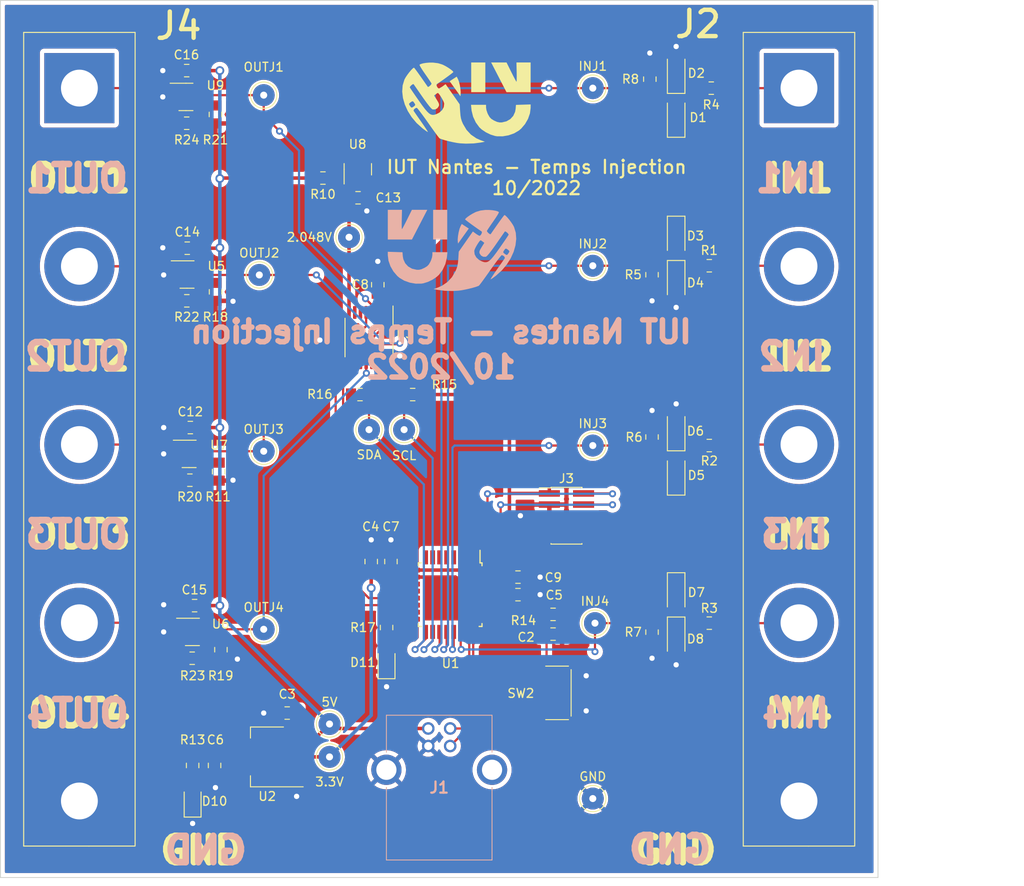
<source format=kicad_pcb>
(kicad_pcb (version 20211014) (generator pcbnew)
  (layers (0 "F.Cu" signal) (31 "B.Cu" signal) (34 "B.Paste" user) (35 "F.Paste" user) (36 "B.SilkS" user "B.Silkscreen") (37 "F.SilkS" user "F.Silkscreen") (38 "B.Mask" user) (39 "F.Mask" user) (44 "Edge.Cuts" user))
  (net 0 "")
  (net 1 "GND")
  (net 2 "VBUS")
  (net 3 "Net-(D10-Pad2)")
  (net 8 "Net-(R18-Pad1)")
  (net 9 "Net-(R19-Pad1)")
  (net 27 "/NRST")
  (net 28 "+3.3V")
  (net 29 "Net-(C5-Pad1)")
  (net 30 "/+2.048")
  (net 31 "/INJ1")
  (net 32 "/INJ2")
  (net 33 "/INJ3")
  (net 34 "/INJ4")
  (net 35 "Net-(D11-Pad2)")
  (net 36 "/USB-")
  (net 37 "/USB+")
  (net 38 "/IN1")
  (net 39 "/IN2")
  (net 40 "/IN3")
  (net 41 "/IN4")
  (net 42 "/SWDIO")
  (net 43 "/SWCLK")
  (net 44 "/OUT1")
  (net 45 "/OUT2")
  (net 46 "/OUT3")
  (net 47 "/OUT4")
  (net 48 "Net-(R11-Pad1)")
  (net 49 "/SCL")
  (net 50 "/SDA")
  (net 51 "Net-(R17-Pad1)")
  (net 52 "Net-(R21-Pad1)")
  (net 53 "/CLR")
  (net 54 "/LDAC")
  (net 55 "/OUTJ1")
  (net 56 "/OUTJ3")
  (net 57 "/OUTJ4")
  (net 58 "/OUTJ2")
  (footprint "empreintes_iut:R_0805_2012Metric_Pad1.15x1.40mm_HandSolder" (layer "F.Cu") (at 165.3 49.6375 90)
    (fp_text reference "R8")
    (fp_text value "39k")
  )
  (footprint "Diode_SMD:D_SOD-123" (layer "F.Cu") (at 168.3 54.0125 90)
    (fp_text reference "D1")
    (fp_text value "BAT43W-V")
  )
  (footprint "Package_TO_SOT_SMD:SOT-23" (layer "F.Cu") (at 132.025 59.9125 90)
    (fp_text reference "U8")
    (fp_text value "LM4040DBZ-4.1")
  )
  (footprint "EmpreinteCIFAM:Logo_IUT_F" (layer "F.Cu") (at 145.02938 51.968409)
    (fp_text reference "G***")
    (fp_text value "LOGO" hide)
  )
  (footprint "empreintes_iut:TestPoint-12" (layer "F.Cu") (at 133.3 89.6)
    (fp_text reference "SDA")
    (fp_text value "TestPoint")
  )
  (footprint "empreintes_iut:TestPoint-12" (layer "F.Cu") (at 121.3 112.3625)
    (fp_text reference "OUTJ4")
    (fp_text value "TestPoint")
  )
  (footprint "Diode_SMD:D_SOD-123" (layer "F.Cu") (at 168.3 67.5125 -90)
    (fp_text reference "D3")
    (fp_text value "BAT43W-V")
  )
  (footprint "empreintes_iut:C_0805_2012Metric_Pad1.15x1.40mm_HandSolder" (layer "F.Cu") (at 154.275 112.9125)
    (fp_text reference "C2")
    (fp_text value "100n")
  )
  (footprint "empreintes_iut:R_0805_2012Metric_Pad1.15x1.40mm_HandSolder" (layer "F.Cu") (at 172.3 50.6625 180)
    (fp_text reference "R4")
    (fp_text value "100k")
  )
  (footprint "empreintes_iut:C_0805_2012Metric_Pad1.15x1.40mm_HandSolder" (layer "F.Cu") (at 112.9375 89.3625 180)
    (fp_text reference "C12")
    (fp_text value "100n")
  )
  (footprint "empreintes_iut:R_0805_2012Metric_Pad1.15x1.40mm_HandSolder" (layer "F.Cu") (at 132.275 85.6 180)
    (fp_text reference "R16")
    (fp_text value "4.6k")
  )
  (footprint "empreintes_iut:TestPoint-12" (layer "F.Cu") (at 158.8 91.4125)
    (fp_text reference "INJ3")
    (fp_text value "TestPoint")
  )
  (footprint "empreintes_iut:TestPoint-12" (layer "F.Cu") (at 158.8 50.6625)
    (fp_text reference "INJ1")
    (fp_text value "TestPoint")
  )
  (footprint "empreintes_iut:C_0805_2012Metric_Pad1.15x1.40mm_HandSolder" (layer "F.Cu") (at 123.975 121.9125 180)
    (fp_text reference "C3")
    (fp_text value "10u")
  )
  (footprint "Diode_SMD:D_SOD-123" (layer "F.Cu") (at 168.3 89.7625 90)
    (fp_text reference "D6")
    (fp_text value "BAT43W-V")
  )
  (footprint "empreintes_iut:TestPoint-12" (layer "F.Cu") (at 121.3 92.0625)
    (fp_text reference "OUTJ3")
    (fp_text value "TestPoint")
  )
  (footprint "Package_TO_SOT_SMD:SOT-23-5" (layer "F.Cu") (at 112.8 92.3625)
    (fp_text reference "U7")
    (fp_text value "MCP6L91T-EOT")
  )
  (footprint "Diode_SMD:D_SOD-123" (layer "F.Cu") (at 168.3 108.1625 -90)
    (fp_text reference "D7")
    (fp_text value "BAT43W-V")
  )
  (footprint "Package_TO_SOT_SMD:SOT-23-5" (layer "F.Cu") (at 112.5625 71.9125)
    (fp_text reference "U5")
    (fp_text value "MCP6L91T-EOT")
  )
  (footprint "empreintes_iut:TestPoint-12" (layer "F.Cu") (at 131.025 67.6625)
    (fp_text reference "2.048V")
    (fp_text value "TestPoint")
  )
  (footprint "Package_TO_SOT_SMD:SOT-23-5" (layer "F.Cu") (at 112.4375 51.6625)
    (fp_text reference "U9")
    (fp_text value "MCP6L91T-EOT")
  )
  (footprint "empreintes_iut:Switch_bouton" (layer "F.Cu") (at 154.55 119.6625 90)
    (fp_text reference "SW2")
    (fp_text value "SW_Push")
  )
  (footprint "empreintes_iut:C_0805_2012Metric_Pad1.15x1.40mm_HandSolder" (layer "F.Cu") (at 112.525 48.6625 180)
    (fp_text reference "C16")
    (fp_text value "100n")
  )
  (footprint "LED_SMD:LED_0805_2012Metric_Pad1.15x1.40mm_HandSolder" (layer "F.Cu") (at 135.3 116.1375 90)
    (fp_text reference "D11")
    (fp_text value "LED")
  )
  (footprint "empreintes_iut:R_0805_2012Metric_Pad1.15x1.40mm_HandSolder" (layer "F.Cu") (at 154.275 110.6625 180)
    (fp_text reference "R14")
    (fp_text value "100K")
  )
  (footprint "empreintes_iut:C_0805_2012Metric_Pad1.15x1.40mm_HandSolder" (layer "F.Cu") (at 150.275 108.4125)
    (fp_text reference "C5")
    (fp_text value "100n")
  )
  (footprint "empreintes_iut:C_0805_2012Metric_Pad1.15x1.40mm_HandSolder" (layer "F.Cu") (at 135.8 104.6375 90)
    (fp_text reference "C7")
    (fp_text value "100n")
  )
  (footprint "empreintes_iut:TestPoint-12" (layer "F.Cu") (at 137.3 89.6)
    (fp_text reference "SCL")
    (fp_text value "TestPoint")
  )
  (footprint "Diode_SMD:D_SOD-123" (layer "F.Cu") (at 168.3 72.5625 -90)
    (fp_text reference "D4")
    (fp_text value "BAT43W-V")
  )
  (footprint "Connector_PinHeader_1.27mm:PinHeader_2x05_P1.27mm_Vertical_SMD" (layer "F.Cu") (at 155.8 99.4125)
    (fp_text reference "J3")
    (fp_text value "Conn_02x05_Odd_Even")
  )
  (footprint "empreintes_iut:R_0805_2012Metric_Pad1.15x1.40mm_HandSolder" (layer "F.Cu") (at 172.075 70.9125 180)
    (fp_text reference "R1")
    (fp_text value "100k")
  )
  (footprint "empreintes_iut:R_0805_2012Metric_Pad1.15x1.40mm_HandSolder" (layer "F.Cu") (at 112.525 54.6625 180)
    (fp_text reference "R24")
    (fp_text value "10k")
  )
  (footprint "empreintes_iut:R_0805_2012Metric_Pad1.15x1.40mm_HandSolder" (layer "F.Cu") (at 172.075 111.6625 180)
    (fp_text reference "R3")
    (fp_text value "100k")
  )
  (footprint "Package_QFP:TQFP-32_7x7mm_P0.8mm" (layer "F.Cu") (at 142.55 108.4125 -90)
    (fp_text reference "U1")
    (fp_text value "ATSAMD21E18A-AU")
  )
  (footprint "modules:Connector_1x05_P2.54mm_Vertical" (layer "F.Cu") (at 207.6975 64.6275)
    (fp_text reference "J2")
    (fp_text value "Conn_01x05")
  )
  (footprint "empreintes_iut:R_0805_2012Metric_Pad1.15x1.40mm_HandSolder" (layer "F.Cu") (at 172.075 91.4125 180)
    (fp_text reference "R2")
    (fp_text value "100k")
  )
  (footprint "modules:Connector_1x05_P2.54mm_Vertical" (layer "F.Cu") (at 125.6975 64.6275)
    (fp_text reference "J4")
    (fp_text value "Conn_01x05")
  )
  (footprint "EmpreinteCIFAM:USBBSRA" (layer "F.Cu") (at 141.3 130.4125)
    (fp_text reference "J1")
    (fp_text value "USB_B" hide)
  )
  (footprint "empreintes_iut:C_0805_2012Metric_Pad1.15x1.40mm_HandSolder" (layer "F.Cu") (at 150.275 106.4125)
    (fp_text reference "C9")
    (fp_text value "100n")
  )
  (footprint "empreintes_iut:TestPoint-12" (layer "F.Cu") (at 121.3 51.4625)
    (fp_text reference "OUTJ1")
    (fp_text value "TestPoint")
  )
  (footprint "empreintes_iut:R_0805_2012Metric_Pad1.15x1.40mm_HandSolder" (layer "F.Cu") (at 115.8 53.6625 -90)
    (fp_text reference "R21")
    (fp_text value "10k")
  )
  (footprint "empreintes_iut:TestPoint-12" (layer "F.Cu") (at 159.05 111.6625)
    (fp_text reference "INJ4")
    (fp_text value "TestPoint")
  )
  (footprint "empreintes_iut:R_0805_2012Metric_Pad1.15x1.40mm_HandSolder" (layer "F.Cu") (at 138.275 85.6 180)
    (fp_text reference "R15")
    (fp_text value "4.6k")
  )
  (footprint "empreintes_iut:TestPoint-12" (layer "F.Cu") (at 128.8 123.1625)
    (fp_text reference "5V")
    (fp_text value "TestPoint")
  )
  (footprint "empreintes_iut:R_0805_2012Metric_Pad1.15x1.40mm_HandSolder" (layer "F.Cu") (at 115.8125 73.8875 -90)
    (fp_text reference "R18")
    (fp_text value "10k")
  )
  (footprint "Package_TO_SOT_SMD:SOT-23-5" (layer "F.Cu") (at 113.175 112.6625)
    (fp_text reference "U6")
    (fp_text value "MCP6L91T-EOT")
  )
  (footprint "empreintes_iut:TestPoint-12" (layer "F.Cu") (at 158.8 131.6625)
    (fp_text reference "GND")
    (fp_text value "TestPoint")
  )
  (footprint "empreintes_iut:TestPoint-12" (layer "F.Cu") (at 120.8 71.9625)
    (fp_text reference "OUTJ2")
    (fp_text value "TestPoint")
  )
  (footprint "empreintes_iut:R_0805_2012Metric_Pad1.15x1.40mm_HandSolder" (layer "F.Cu") (at 116.425 114.6875 -90)
    (fp_text reference "R19")
    (fp_text value "10k")
  )
  (footprint "Package_TO_SOT_SMD:SOT-223-3_TabPin2" (layer "F.Cu") (at 121.7 126.9125 180)
    (fp_text reference "U2")
    (fp_text value "LD1117S33TR_SOT223")
  )
  (footprint "empreintes_iut:R_0805_2012Metric_Pad1.15x1.40mm_HandSolder" (layer "F.Cu") (at 135.3 112.1625 -90)
    (fp_text reference "R17")
    (fp_text value "330")
  )
  (footprint "empreintes_iut:R_0805_2012Metric_Pad1.15x1.40mm_HandSolder" (layer "F.Cu") (at 128.05 60.9125 180)
    (fp_text reference "R10")
    (fp_text value "330")
  )
  (footprint "empreintes_iut:C_0805_2012Metric_Pad1.15x1.40mm_HandSolder" (layer "F.Cu") (at 133.55 104.6375 90)
    (fp_text reference "C4")
    (fp_text value "10u")
  )
  (footprint "empreintes_iut:C_0805_2012Metric_Pad1.15x1.40mm_HandSolder" (layer "F.Cu") (at 132.05 63.1625)
    (fp_text reference "C13")
    (fp_text value "10n")
  )
  (footprint "empreintes_iut:R_0805_2012Metric_Pad1.15x1.40mm_HandSolder" (layer "F.Cu") (at 113.15 115.6625 180)
    (fp_text reference "R23")
    (fp_text value "10k")
  )
  (footprint "empreintes_iut:C_0805_2012Metric_Pad1.15x1.40mm_HandSolder" (layer "F.Cu") (at 113.425 109.6625 180)
    (fp_text reference "C15")
    (fp_text value "100n")
  )
  (footprint "empreintes_iut:C_0805_2012Metric_Pad1.15x1.40mm_HandSolder" (layer "F.Cu") (at 115.7 127.8875 -90)
    (fp_text reference "C6")
    (fp_text value "10u")
  )
  (footprint "empreintes_iut:R_0805_2012Metric_Pad1.15x1.40mm_HandSolder" (layer "F.Cu") (at 165.55 90.4375 90)
    (fp_text reference "R6")
    (fp_text value "39k")
  )
  (footprint "empreintes_iut:TestPoint-12" (layer "F.Cu") (at 158.8 70.9125)
    (fp_text reference "INJ2")
    (fp_text value "TestPoint")
  )
  (footprint "empreintes_iut:R_0805_2012Metric_Pad1.15x1.40mm_HandSolder" (layer "F.Cu") (at 112.8875 95.3625 180)
    (fp_text reference "R20")
    (fp_text value "10k")
  )
  (footprint "empreintes_iut:C_0805_2012Metric_Pad1.15x1.40mm_HandSolder" (layer "F.Cu") (at 112.5875 68.9125 180)
    (fp_text reference "C14")
    (fp_text value "100n")
  )
  (footprint "empreintes_iut:R_0805_2012Metric_Pad1.15x1.40mm_HandSolder" (layer "F.Cu") (at 113.2 127.8875 -90)
    (fp_text reference "R13")
    (fp_text value "330")
  )
  (footprint "LED_SMD:LED_0805_2012Metric_Pad1.15x1.40mm_HandSolder" (layer "F.Cu") (at 113.2 131.9125 90)
    (fp_text reference "D10")
    (fp_text value "LED")
  )
  (footprint "empreintes_iut:C_0805_2012Metric_Pad1.15x1.40mm_HandSolder" (layer "F.Cu") (at 134.3 73.075 -90)
    (fp_text reference "C8")
    (fp_text value "100n")
  )
  (footprint "Diode_SMD:D_SOD-123" (layer "F.Cu") (at 168.3 94.8125 90)
    (fp_text reference "D5")
    (fp_text value "BAT43W-V")
  )
  (footprint "Diode_SMD:D_SOD-123" (layer "F.Cu") (at 168.3 49.0125 90)
    (fp_text reference "D2")
    (fp_text value "BAT43W-V")
  )
  (footprint "empreintes_iut:R_0805_2012Metric_Pad1.15x1.40mm_HandSolder" (layer "F.Cu") (at 165.55 71.9375 -90)
    (fp_text reference "R5")
    (fp_text value "39k")
  )
  (footprint "Diode_SMD:D_SOD-123" (layer "F.Cu") (at 168.3 113.2125 -90)
    (fp_text reference "D8")
    (fp_text value "BAT43W-V")
  )
  (footprint "empreintes_iut:R_0805_2012Metric_Pad1.15x1.40mm_HandSolder" (layer "F.Cu") (at 116.1625 94.3875 -90)
    (fp_text reference "R11")
    (fp_text value "10k")
  )
  (footprint "empreintes_iut:TestPoint-12" (layer "F.Cu") (at 128.8 126.9125)
    (fp_text reference "3.3V")
    (fp_text value "TestPoint")
  )
  (footprint "Package_SO:TSSOP-16_4.4x5mm_P0.65mm" (layer "F.Cu") (at 133.3 79.1 -90)
    (fp_text reference "U3")
    (fp_text value "DAC7578xPW")
  )
  (footprint "empreintes_iut:R_0805_2012Metric_Pad1.15x1.40mm_HandSolder" (layer "F.Cu") (at 165.55 112.6875 -90)
    (fp_text reference "R7")
    (fp_text value "39k")
  )
  (footprint "empreintes_iut:R_0805_2012Metric_Pad1.15x1.40mm_HandSolder" (layer "F.Cu") (at 112.5375 74.9125 180)
    (fp_text reference "R22")
    (fp_text value "10k")
  )
  (footprint "EmpreinteCIFAM:Logo_IUT_F" (layer "B.Cu") (at 142.12938 68.768409 180)
    (fp_text reference "G***" hide)
    (fp_text value "LOGO" hide)
  )
  (gr_line (start 191.3 140.6625) (end 91.3 140.6625) (layer "Edge.Cuts") (width 0.1))
  (gr_line (start 91.3 40.6625) (end 191.3 40.6625) (layer "Edge.Cuts") (width 0.1))
  (gr_line (start 91.3 140.6625) (end 91.3 40.6625) (layer "Edge.Cuts") (width 0.1))
  (gr_line (start 191.3 40.6625) (end 191.3 140.6625) (layer "Edge.Cuts") (width 0.1))
  (gr_text "IN3\n" (at 181.8 101.5625) (layer "B.SilkS") (effects (font (size 3 3) (thickness 0.75)) (justify mirror)))
  (gr_text "OUT3\n" (at 100 101.5625) (layer "B.SilkS") (effects (font (size 3 3) (thickness 0.75)) (justify mirror)))
  (gr_text "OUT1\n" (at 100 60.9625) (layer "B.SilkS") (effects (font (size 3 3) (thickness 0.75)) (justify mirror)))
  (gr_text "GND\n" (at 167.6 137.4625) (layer "B.SilkS") (effects (font (size 3 3) (thickness 0.75)) (justify mirror)))
  (gr_text "IN4\n" (at 181.9 121.9625) (layer "B.SilkS") (effects (font (size 3 3) (thickness 0.75)) (justify mirror)))
  (gr_text "IN1\n" (at 181.2 60.9625) (layer "B.SilkS") (effects (font (size 3 3) (thickness 0.75)) (justify mirror)))
  (gr_text "OUT4\n" (at 100.1 121.9625) (layer "B.SilkS") (effects (font (size 3 3) (thickness 0.75)) (justify mirror)))
  (gr_text "OUT2\n" (at 99.9 81.2625) (layer "B.SilkS") (effects (font (size 3 3) (thickness 0.75)) (justify mirror)))
  (gr_text "GND\n" (at 114.7 137.5625) (layer "B.SilkS") (effects (font (size 3 3) (thickness 0.75)) (justify mirror)))
  (gr_text "IN2\n" (at 181.5 81.2625) (layer "B.SilkS") (effects (font (size 3 3) (thickness 0.75)) (justify mirror)))
  (gr_text "IUT Nantes - Temps Injection\n10/2022" (at 141.5 80.4625) (layer "B.SilkS") (effects (font (size 2.5 2.5) (thickness 0.625)) (justify mirror)))
  (gr_text "IN2\n" (at 182.4 81.2625) (layer "F.SilkS") (effects (font (size 3 3) (thickness 0.75))))
  (gr_text "OUT3\n" (at 100.3 101.5625) (layer "F.SilkS") (effects (font (size 3 3) (thickness 0.75))))
  (gr_text "OUT4\n" (at 100.3 121.9625) (layer "F.SilkS") (effects (font (size 3 3) (thickness 0.75))))
  (gr_text "OUT2\n" (at 100.2 81.2625) (layer "F.SilkS") (effects (font (size 3 3) (thickness 0.75))))
  (gr_text "IN3\n" (at 182.2 101.5625) (layer "F.SilkS") (effects (font (size 3 3) (thickness 0.75))))
  (gr_text "IUT Nantes - Temps Injection\n10/2022" (at 152.4 60.8625) (layer "F.SilkS") (effects (font (size 1.5 1.5) (thickness 0.25))))
  (gr_text "IN4\n" (at 182.3 121.9625) (layer "F.SilkS") (effects (font (size 3 3) (thickness 0.75))))
  (gr_text "GND\n" (at 168.2 137.5625) (layer "F.SilkS") (effects (font (size 3 3) (thickness 0.75))))
  (gr_text "IN1\n" (at 182.4 60.9625) (layer "F.SilkS") (effects (font (size 3 3) (thickness 0.75))))
  (gr_text "GND\n" (at 114.2 137.5625) (layer "F.SilkS") (effects (font (size 3 3) (thickness 0.75))))
  (gr_text "OUT1\n" (at 100.3 60.9625) (layer "F.SilkS") (effects (font (size 3 3) (thickness 0.75))))
  (segment (start 151.2 109.7625) (end 151.3 109.6625) (width 0.4) (layer "F.Cu") (net 1))
  (segment (start 115.7 130.3125) (end 115.8 130.4125) (width 0.4) (layer "F.Cu") (net 1))
  (segment (start 148.1 108.9625) (end 148.1 109.7625) (width 0.4) (layer "F.Cu") (net 1))
  (segment (start 132.975 60.85) (end 132.975 63.0625) (width 0.4) (layer "F.Cu") (net 1))
  (segment (start 110 109.6625) (end 109.9 109.5625) (width 0.4) (layer "F.Cu") (net 1))
  (segment (start 147.95 108.8125) (end 148.1 108.9625) (width 0.4) (layer "F.Cu") (net 1))
  (segment (start 124.85 131.2125) (end 125.05 131.4125) (width 0.4) (layer "F.Cu") (net 1))
  (segment (start 109.95 71.9125) (end 109.9 71.9625) (width 0.4) (layer "F.Cu") (net 1))
  (segment (start 113.2 132.9375) (end 113.2 134.5) (width 0.4) (layer "F.Cu") (net 1))
  (segment (start 153.85 99.4125) (end 150.55 99.4125) (width 0.4) (layer "F.Cu") (net 1))
  (segment (start 112.2 131.9375) (end 100.2975 131.9375) (width 0.4) (layer "F.Cu") (net 1))
  (segment (start 148.1 109.7625) (end 151.2 109.7625) (width 0.4) (layer "F.Cu") (net 1))
  (segment (start 132.975 63.0625) (end 133.075 63.1625) (width 0.4) (layer "F.Cu") (net 1))
  (segment (start 113.2 132.9375) (end 112.2 131.9375) (width 0.4) (layer "F.Cu") (net 1))
  (segment (start 168.3 47.3625) (end 168.3 45.9125) (width 0.4) (layer "F.Cu") (net 1))
  (segment (start 143.15 106.4125) (end 145.55 108.8125) (width 0.4) (layer "F.Cu") (net 1))
  (segment (start 165.55 89.4125) (end 165.55 87.4125) (width 0.4) (layer "F.Cu") (net 1))
  (segment (start 146.8 108.8125) (end 147.95 108.8125) (width 0.4) (layer "F.Cu") (net 1))
  (segment (start 111.3 51.6625) (end 109.8 51.6625) (width 0.4) (layer "F.Cu") (net 1))
  (segment (start 155.331967 121.7625) (end 157.95 121.7625) (width 0.4) (layer "F.Cu") (net 1))
  (segment (start 118.25 115.7125) (end 118.3 115.7625) (width 0.4) (layer "F.Cu") (net 1))
  (segment (start 112.4 109.6625) (end 110 109.6625) (width 0.4) (layer "F.Cu") (net 1))
  (segment (start 168.3 114.8625) (end 168.3 116.4125) (width 0.4) (layer "F.Cu") (net 1))
  (segment (start 165.3 48.6125) (end 165.3 46.6625) (width 0.4) (layer "F.Cu") (net 1))
  (segment (start 134.925 77.175) (end 134.925 76.2375) (width 0.4) (layer "F.Cu") (net 1))
  (segment (start 134.275 81.167893) (end 134.275 81.9625) (width 0.4) (layer "F.Cu") (net 1))
  (segment (start 116.425 115.7125) (end 118.25 115.7125) (width 0.4) (layer "F.Cu") (net 1))
  (segment (start 153.85 98.1425) (end 153.85 99.4125) (width 0.4) (layer "F.Cu") (net 1))
  (segment (start 133.075 64.6375) (end 133.05 64.6625) (width 0.4) (layer "F.Cu") (net 1))
  (segment (start 155.331967 117.5625) (end 157.95 117.5625) (width 0.4) (layer "F.Cu") (net 1))
  (segment (start 155.3 117.530533) (end 155.331967 117.5625) (width 0.4) (layer "F.Cu") (net 1))
  (segment (start 151.3 106.4125) (end 152.8 106.4125) (width 0.4) (layer "F.Cu") (net 1))
  (segment (start 117.75 74.9125) (end 117.8 74.9625) (width 0.4) (layer "F.Cu") (net 1))
  (segment (start 135.3 117.1625) (end 135.3 118.9125) (width 0.4) (layer "F.Cu") (net 1))
  (segment (start 132.6375 79.4625) (end 134.925 77.175) (width 0.4) (layer "F.Cu") (net 1))
  (segment (start 157.95 121.7625) (end 158.05 121.6625) (width 0.4) (layer "F.Cu") (net 1))
  (segment (start 168.3 88.1125) (end 168.3 86.6625) (width 0.4) (layer "F.Cu") (net 1))
  (segment (start 116.1625 95.4125) (end 117.75 95.4125) (width 0.4) (layer "F.Cu") (net 1))
  (segment (start 133.55 103.6125) (end 133.55 102.1625) (width 0.4) (layer "F.Cu") (net 1))
  (segment (start 111.6625 92.3625) (end 109.9 92.3625) (width 0.4) (layer "F.Cu") (net 1))
  (segment (start 145.55 108.8125) (end 146.8 108.8125) (width 0.4) (layer "F.Cu") (net 1))
  (segment (start 117.75 95.4125) (end 117.8 95.3625) (width 0.4) (layer "F.Cu") (net 1))
  (segment (start 111.425 71.9125) (end 109.95 71.9125) (width 0.4) (layer "F.Cu") (net 1))
  (segment (start 134.617893 80.825) (end 134.275 81.167893) (width 0.4) (layer "F.Cu") (net 1))
  (segment (start 127.7755 79.4625) (end 132.6375 79.4625) (width 0.4) (layer "F.Cu") (net 1))
  (segment (start 165.55 72.9625) (end 165.55 74.9125) (width 0.4) (layer "F.Cu") (net 1))
  (segment (start 111.5625 68.9125) (end 109.85 68.9125) (width 0.4) (layer "F.Cu") (net 1))
  (segment (start 124.85 129.2125) (end 124.85 131.2125) (width 0.4) (layer "F.Cu") (net 1))
  (segment (start 115.8125 74.9125) (end 117.75 74.9125) (width 0.4) (layer "F.Cu") (net 1))
  (segment (start 122.95 121.9125) (end 121.3 121.9125) (width 0.4) (layer "F.Cu") (net 1))
  (segment (start 134.3 72.05) (end 134.3 70.4125) (width 0.4) (layer "F.Cu") (net 1))
  (segment (start 111.5 48.6625) (end 109.8 48.6625) (width 0.4) (layer "F.Cu") (net 1))
  (segment (start 151.3 108.4125) (end 152.8 108.4125) (width 0.4) (layer "F.Cu") (net 1))
  (segment (start 112.0375 112.6625) (end 109.9 112.6625) (width 0.4) (layer "F.Cu") (net 1))
  (segment (start 127.7 79.387) (end 127.7755 79.4625) (width 0.4) (layer "F.Cu") (net 1))
  (segment (start 111.9125 89.3625) (end 109.9 89.3625) (width 0.4) (layer "F.Cu") (net 1))
  (segment (start 138.3 106.4125) (end 143.15 106.4125) (width 0.4) (layer "F.Cu") (net 1))
  (segment (start 135.8 103.6125) (end 135.8 102.1625) (width 0.4) (layer "F.Cu") (net 1))
  (segment (start 157.95 117.5625) (end 158.05 117.6625) (width 0.4) (layer "F.Cu") (net 1))
  (segment (start 133.075 63.1625) (end 133.075 64.6375) (width 0.4) (layer "F.Cu") (net 1))
  (segment (start 151.3 109.6625) (end 151.3 108.4125) (width 0.4) (layer "F.Cu") (net 1))
  (segment (start 109.85 68.9125) (end 109.8 68.8625) (width 0.4) (layer "F.Cu") (net 1))
  (segment (start 168.3 74.2125) (end 168.3 75.6625) (width 0.4) (layer "F.Cu") (net 1))
  (segment (start 136.425 80.825) (end 134.617893 80.825) (width 0.4) (layer "F.Cu") (net 1))
  (segment (start 115.7 128.9125) (end 115.7 130.3125) (width 0.4) (layer "F.Cu") (net 1))
  (segment (start 165.55 113.7125) (end 165.55 115.6625) (width 0.4) (layer "F.Cu") (net 1))
  (segment (start 136.8 81.2) (end 136.425 80.825) (width 0.4) (layer "F.Cu") (net 1))
  (segment (start 155.3 112.9125) (end 155.3 117.530533) (width 0.4) (layer "F.Cu") (net 1))
  (via (at 133.55 102.1625) (size 1) (drill 0.6) (layers "F.Cu" "B.Cu") (net 1))
  (via (at 109.8 68.8625) (size 1) (drill 0.6) (layers "F.Cu" "B.Cu") (net 1))
  (via (at 158.05 117.6625) (size 1) (drill 0.6) (layers "F.Cu" "B.Cu") (net 1))
  (via (at 133.05 64.6625) (size 1) (drill 0.6) (layers "F.Cu" "B.Cu") (net 1))
  (via (at 165.55 87.4125) (size 1) (drill 0.6) (layers "F.Cu" "B.Cu") (net 1))
  (via (at 109.9 71.9625) (size 1) (drill 0.6) (layers "F.Cu" "B.Cu") (net 1))
  (via (at 152.8 106.4125) (size 1) (drill 0.6) (layers "F.Cu" "B.Cu") (net 1))
  (via (at 152.8 108.4125) (size 1) (drill 0.6) (layers "F.Cu" "B.Cu") (net 1))
  (via (at 150.55 99.4125) (size 1) (drill 0.6) (layers "F.Cu" "B.Cu") (net 1))
  (via (at 165.3 46.6625) (size 1) (drill 0.6) (layers "F.Cu" "B.Cu") (net 1))
  (via (at 117.8 74.9625) (size 1) (drill 0.6) (layers "F.Cu" "B.Cu") (net 1))
  (via (at 158.05 121.6625) (size 1) (drill 0.6) (layers "F.Cu" "B.Cu") (net 1))
  (via (at 168.3 116.4125) (size 1) (drill 0.6) (layers "F.Cu" "B.Cu") (net 1))
  (via (at 109.9 89.3625) (size 1) (drill 0.6) (layers "F.Cu" "B.Cu") (net 1))
  (via (at 109.8 51.6625) (size 1) (drill 0.6) (layers "F.Cu" "B.Cu") (net 1))
  (via (at 135.8 102.1625) (size 1) (drill 0.6) (layers "F.Cu" "B.Cu") (net 1))
  (via (at 168.3 45.9125) (size 1) (drill 0.6) (layers "F.Cu" "B.Cu") (net 1))
  (via (at 109.9 92.3625) (size 1) (drill 0.6) (layers "F.Cu" "B.Cu") (net 1))
  (via (at 109.8 48.6625) (size 1) (drill 0.6) (layers "F.Cu" "B.Cu") (net 1))
  (via (at 134.3 70.4125) (size 1) (drill 0.6) (layers "F.Cu" "B.Cu") (net 1))
  (via (at 109.9 112.6625) (size 1) (drill 0.6) (layers "F.Cu" "B.Cu") (net 1))
  (via (at 168.3 86.6625) (size 1) (drill 0.6) (layers "F.Cu" "B.Cu") (net 1))
  (via (at 165.55 115.6625) (size 1) (drill 0.6) (layers "F.Cu" "B.Cu") (net 1))
  (via (at 136.8 81.2) (size 1) (drill 0.6) (layers "F.Cu" "B.Cu") (net 1))
  (via (at 127.7 79.387) (size 1) (drill 0.6) (layers "F.Cu" "B.Cu") (net 1))
  (via (at 113.2 134.5) (size 1) (drill 0.6) (layers "F.Cu" "B.Cu") (net 1))
  (via (at 115.8 130.4125) (size 1) (drill 0.6) (layers "F.Cu" "B.Cu") (net 1))
  (via (at 168.3 75.6625) (size 1) (drill 0.6) (layers "F.Cu" "B.Cu") (net 1))
  (via (at 135.3 118.9125) (size 1) (drill 0.6) (layers "F.Cu" "B.Cu") (net 1))
  (via (at 125.05 131.4125) (size 1) (drill 0.6) (layers "F.Cu" "B.Cu") (net 1))
  (via (at 165.55 74.9125) (size 1) (drill 0.6) (layers "F.Cu" "B.Cu") (net 1))
  (via (at 118.3 115.7625) (size 1) (drill 0.6) (layers "F.Cu" "B.Cu") (net 1))
  (via (at 117.8 95.3625) (size 1) (drill 0.6) (layers "F.Cu" "B.Cu") (net 1))
  (via (at 121.3 121.9125) (size 1) (drill 0.6) (layers "F.Cu" "B.Cu") (net 1))
  (via (at 109.9 109.5625) (size 1) (drill 0.6) (layers "F.Cu" "B.Cu") (net 1))
  (segment (start 113.9625 89.3625) (end 116.3 89.3625) (width 0.4) (layer "F.Cu") (net 2))
  (segment (start 129.31 123.6725) (end 128.8 123.1625) (width 0.4) (layer "F.Cu") (net 2))
  (segment (start 114.3125 111.7125) (end 114.3125 109.8) (width 0.4) (layer "F.Cu") (net 2))
  (segment (start 113.6125 70.875) (end 113.7 70.9625) (width 0.4) (layer "F.Cu") (net 2))
  (segment (start 113.9375 89.3875) (end 113.9625 89.3625) (width 0.4) (layer "F.Cu") (net 2))
  (segment (start 113.6125 68.9125) (end 116.25 68.9125) (width 0.4) (layer "F.Cu") (net 2))
  (segment (start 114.1875 70.875) (end 114.275 70.9625) (width 0.4) (layer "F.Cu") (net 2))
  (segment (start 127.025 60.9125) (end 116.35 60.9125) (width 0.4) (layer "F.Cu") (net 2))
  (segment (start 127.35 124.6125) (end 128.8 123.1625) (width 0.4) (layer "F.Cu") (net 2))
  (segment (start 114.45 109.6625) (end 116.3 109.6625) (width 0.4) (layer "F.Cu") (net 2))
  (segment (start 124.85 122.0625) (end 125 121.9125) (width 0.4) (layer "F.Cu") (net 2))
  (segment (start 113.575 48.6875) (end 113.55 48.6625) (width 0.4) (layer "F.Cu") (net 2))
  (segment (start 113.9375 91.4125) (end 113.9375 89.3875) (width 0.4) (layer "F.Cu") (net 2))
  (segment (start 113.6125 68.9125) (end 113.6125 70.875) (width 0.4) (layer "F.Cu") (net 2))
  (segment (start 124.85 124.6125) (end 124.85 122.0625) (width 0.4) (layer "F.Cu") (net 2))
  (segment (start 140.05 123.6725) (end 129.31 123.6725) (width 0.4) (layer "F.Cu") (net 2))
  (segment (start 114.3125 109.8) (end 114.45 109.6625) (width 0.4) (layer "F.Cu") (net 2))
  (segment (start 113.55 48.6625) (end 116.3 48.6625) (width 0.4) (layer "F.Cu") (net 2))
  (segment (start 116.35 60.9125) (end 116.3 60.9625) (width 0.4) (layer "F.Cu") (net 2))
  (segment (start 113.575 50.7125) (end 113.575 48.6875) (width 0.4) (layer "F.Cu") (net 2))
  (segment (start 116.25 68.9125) (end 116.3 68.8625) (width 0.4) (layer "F.Cu") (net 2))
  (segment (start 124.85 124.6125) (end 127.35 124.6125) (width 0.4) (layer "F.Cu") (net 2))
  (via (at 116.3 60.9625) (size 1) (drill 0.6) (layers "F.Cu" "B.Cu") (net 2))
  (via (at 116.3 109.6625) (size 1) (drill 0.6) (layers "F.Cu" "B.Cu") (net 2))
  (via (at 116.3 68.8625) (size 1) (drill 0.6) (layers "F.Cu" "B.Cu") (net 2))
  (via (at 116.3 89.3625) (size 1) (drill 0.6) (layers "F.Cu" "B.Cu") (net 2))
  (via (at 116.3 48.6625) (size 1) (drill 0.6) (layers "F.Cu" "B.Cu") (net 2))
  (segment (start 116.3 89.3625) (end 116.3 109.6625) (width 0.4) (layer "B.Cu") (net 2))
  (segment (start 116.3 60.9625) (end 116.3 68.8625) (width 0.4) (layer "B.Cu") (net 2))
  (segment (start 116.3 68.8625) (end 116.3 89.3625) (width 0.4) (layer "B.Cu") (net 2))
  (segment (start 116.3 48.6625) (end 116.3 60.9625) (width 0.4) (layer "B.Cu") (net 2))
  (segment (start 116.3 110.6625) (end 116.3 109.6625) (width 0.4) (layer "B.Cu") (net 2))
  (segment (start 128.8 123.1625) (end 116.3 110.6625) (width 0.4) (layer "B.Cu") (net 2))
  (segment (start 113.2 128.9125) (end 113.2 130.8875) (width 0.25) (layer "F.Cu") (net 3))
  (segment (start 113.7 72.8625) (end 113.7 74.775) (width 0.25) (layer "F.Cu") (net 8))
  (segment (start 113.7 72.8625) (end 115.8125 72.8625) (width 0.25) (layer "F.Cu") (net 8))
  (segment (start 113.7 74.775) (end 113.5625 74.9125) (width 0.25) (layer "F.Cu") (net 8))
  (segment (start 114.3125 113.6125) (end 116.375 113.6125) (width 0.25) (layer "F.Cu") (net 9))
  (segment (start 114.175 115.6625) (end 114.175 113.75) (width 0.25) (layer "F.Cu") (net 9))
  (segment (start 116.425 113.6625) (end 114.3625 113.6625) (width 0.25) (layer "F.Cu") (net 9))
  (segment (start 114.175 113.75) (end 114.3125 113.6125) (width 0.25) (layer "F.Cu") (net 9))
  (segment (start 116.375 113.6125) (end 116.425 113.6625) (width 0.25) (layer "F.Cu") (net 9))
  (segment (start 114.3625 113.6625) (end 114.3125 113.6125) (width 0.25) (layer "F.Cu") (net 9))
  (segment (start 153.531967 113.194467) (end 153.25 112.9125) (width 0.25) (layer "F.Cu") (net 27))
  (segment (start 153.531967 121.7625) (end 153.531967 117.5625) (width 0.25) (layer "F.Cu") (net 27))
  (segment (start 153 110.4125) (end 153.25 110.6625) (width 0.25) (layer "F.Cu") (net 27))
  (segment (start 153.25 110.6625) (end 157.75 106.1625) (width 0.25) (layer "F.Cu") (net 27))
  (segment (start 153.25 112.9125) (end 153.25 110.6625) (width 0.25) (layer "F.Cu") (net 27))
  (segment (start 153.531967 117.5625) (end 153.531967 113.194467) (width 0.25) (layer "F.Cu") (net 27))
  (segment (start 157.75 106.1625) (end 157.75 101.9525) (width 0.25) (layer "F.Cu") (net 27))
  (segment (start 146.8 110.4125) (end 153 110.4125) (width 0.25) (layer "F.Cu") (net 27))
  (segment (start 168.3 55.6625) (end 168.3 60.6625) (width 0.4) (layer "F.Cu") (net 28))
  (segment (start 147.7375 60.6625) (end 134.3 74.1) (width 0.4) (layer "F.Cu") (net 28))
  (segment (start 168.3 60.6625) (end 147.7375 60.6625) (width 0.4) (layer "F.Cu") (net 28))
  (segment (start 153.85 94.8125) (end 153.8 94.7625) (width 0.4) (layer "F.Cu") (net 28))
  (segment (start 115.7 126.8625) (end 113.2 126.8625) (width 0.4) (layer "F.Cu") (net 28))
  (segment (start 118.55 126.9125) (end 115.75 126.9125) (width 0.4) (layer "F.Cu") (net 28))
  (segment (start 131.25 85.6) (end 131.25 105.1125) (width 0.4) (layer "F.Cu") (net 28))
  (segment (start 138.25 105.6625) (end 138.3 105.6125) (width 0.4) (layer "F.Cu") (net 28))
  (segment (start 154.1 94.4625) (end 165.4 94.4625) (width 0.4) (layer "F.Cu") (net 28))
  (segment (start 153.8 94.7625) (end 154.1 94.4625) (width 0.4) (layer "F.Cu") (net 28))
  (segment (start 139.3 85.6) (end 149.3 85.6) (width 0.4) (layer "F.Cu") (net 28))
  (segment (start 134.275 74.125) (end 134.3 74.1) (width 0.4) (layer "F.Cu") (net 28))
  (segment (start 136.7 74.1) (end 139.3 76.7) (width 0.4) (layer "F.Cu") (net 28))
  (segment (start 168.3 60.6625) (end 168.3 65.8625) (width 0.4) (layer "F.Cu") (net 28))
  (segment (start 134.3 74.1) (end 134.3 76.2125) (width 0.4) (layer "F.Cu") (net 28))
  (segment (start 131.25 105.1125) (end 131.8 105.6625) (width 0.4) (layer "F.Cu") (net 28))
  (segment (start 135.8 105.6625) (end 133.55 105.6625) (width 0.4) (layer "F.Cu") (net 28))
  (segment (start 149.25 106.4125) (end 149.25 99.687195) (width 0.4) (layer "F.Cu") (net 28))
  (segment (start 139.3 85.6) (end 139.3 76.7) (width 0.4) (layer "F.Cu") (net 28))
  (segment (start 133.55 107.6625) (end 133.55 105.6625) (width 0.4) (layer "F.Cu") (net 28))
  (segment (start 168.3 99.1625) (end 168.3 106.5125) (width 0.4) (layer "F.Cu") (net 28))
  (segment (start 168.3 99.1625) (end 168.3 96.4625) (width 0.4) (layer "F.Cu") (net 28))
  (segment (start 138.3 105.6125) (end 144.275 105.6125) (width 0.4) (layer "F.Cu") (net 28))
  (segment (start 115.75 126.9125) (end 115.7 126.8625) (width 0.4) (layer "F.Cu") (net 28))
  (segment (start 128.8 126.9125) (end 124.85 126.9125) (width 0.4) (layer "F.Cu") (net 28))
  (segment (start 135.8 105.6625) (end 138.25 105.6625) (width 0.4) (layer "F.Cu") (net 28))
  (segment (start 165.5 99.1625) (end 168.3 99.1625) (width 0.4) (layer "F.Cu") (net 28))
  (segment (start 149.3 85.6) (end 149.3 96.8625) (width 0.4) (layer "F.Cu") (net 28))
  (segment (start 149.3 96.8625) (end 149.31 96.8725) (width 0.4) (layer "F.Cu") (net 28))
  (segment (start 165.4 99.0625) (end 165.5 99.1625) (width 0.4) (layer "F.Cu") (net 28))
  (segment (start 146.8 107.2125) (end 148.45 107.2125) (width 0.4) (layer "F.Cu") (net 28))
  (segment (start 149.3 99.637195) (end 149.3 96.8625) (width 0.4) (layer "F.Cu") (net 28))
  (segment (start 149.31 96.8725) (end 153.85 96.8725) (width 0.4) (layer "F.Cu") (net 28))
  (segment (start 159.45 106.5125) (end 168.3 106.5125) (width 0.4) (layer "F.Cu") (net 28))
  (segment (start 134.3 76.2125) (end 134.275 76.2375) (width 0.4) (layer "F.Cu") (net 28))
  (segment (start 145.875 107.2125) (end 146.8 107.2125) (width 0.4) (layer "F.Cu") (net 28))
  (segment (start 155.3 110.6625) (end 159.45 106.5125) (width 0.4) (layer "F.Cu") (net 28))
  (segment (start 144.275 105.6125) (end 145.875 107.2125) (width 0.4) (layer "F.Cu") (net 28))
  (segment (start 124.85 126.9125) (end 118.55 126.9125) (width 0.4) (layer "F.Cu") (net 28))
  (segment (start 134.3 74.1) (end 136.7 74.1) (width 0.4) (layer "F.Cu") (net 28))
  (segment (start 165.4 94.4625) (end 165.4 99.0625) (width 0.4) (layer "F.Cu") (net 28))
  (segment (start 153.85 96.8725) (end 153.85 94.8125) (width 0.4) (layer "F.Cu") (net 28))
  (segment (start 131.8 105.6625) (end 133.55 105.6625) (width 0.4) (layer "F.Cu") (net 28))
  (segment (start 148.45 107.2125) (end 149.25 106.4125) (width 0.4) (layer "F.Cu") (net 28))
  (segment (start 149.25 99.687195) (end 149.3 99.637195) (width 0.4) (layer "F.Cu") (net 28))
  (via (at 133.55 107.6625) (size 1) (drill 0.6) (layers "F.Cu" "B.Cu") (net 28))
  (segment (start 133.55 122.1625) (end 133.55 107.6625) (width 0.4) (layer "B.Cu") (net 28))
  (segment (start 128.8 126.9125) (end 133.55 122.1625) (width 0.4) (layer "B.Cu") (net 28))
  (segment (start 146.8 108.0125) (end 148.85 108.0125) (width 0.25) (layer "F.Cu") (net 29))
  (segment (start 148.85 108.0125) (end 149.25 108.4125) (width 0.25) (layer "F.Cu") (net 29))
  (segment (start 129.1375 60.85) (end 129.075 60.9125) (width 0.4) (layer "F.Cu") (net 30))
  (segment (start 131.025 60.9) (end 131.075 60.85) (width 0.4) (layer "F.Cu") (net 30))
  (segment (start 131.075 60.85) (end 129.1375 60.85) (width 0.4) (layer "F.Cu") (net 30))
  (segment (start 131.025 63.1625) (end 131.025 60.9) (width 0.4) (layer "F.Cu") (net 30))
  (segment (start 131.025 67.6625) (end 131.025 76.2375) (width 0.4) (layer "F.Cu") (net 30))
  (segment (start 131.025 67.6625) (end 131.025 63.1625) (width 0.4) (layer "F.Cu") (net 30))
  (segment (start 171.275 50.6625) (end 168.3 50.6625) (width 0.25) (layer "F.Cu") (net 31))
  (segment (start 168.3 52.3625) (end 168.3 50.6625) (width 0.25) (layer "F.Cu") (net 31))
  (segment (start 168.3 50.6625) (end 165.3 50.6625) (width 0.25) (layer "F.Cu") (net 31))
  (segment (start 153.8 50.6625) (end 158.8 50.6625) (width 0.25) (layer "F.Cu") (net 31))
  (segment (start 141.35 112.6625) (end 141.35 114.1125) (width 0.25) (layer "F.Cu") (net 31))
  (segment (start 141.35 114.1125) (end 140.8 114.6625) (width 0.25) (layer "F.Cu") (net 31))
  (segment (start 165.3 50.6625) (end 158.8 50.6625) (width 0.25) (layer "F.Cu") (net 31))
  (via (at 140.8 114.6625) (size 0.8) (drill 0.4) (layers "F.Cu" "B.Cu") (net 31))
  (via (at 153.8 50.6625) (size 0.8) (drill 0.4) (layers "F.Cu" "B.Cu") (net 31))
  (segment (start 141.55 113.9125) (end 140.8 114.6625) (width 0.25) (layer "B.Cu") (net 31))
  (segment (start 153.8 50.6625) (end 141.55 50.6625) (width 0.25) (layer "B.Cu") (net 31))
  (segment (start 141.55 50.6625) (end 141.55 113.9125) (width 0.25) (layer "B.Cu") (net 31))
  (segment (start 168.3 70.9125) (end 168.3 69.1625) (width 0.25) (layer "F.Cu") (net 32))
  (segment (start 168.3 70.9125) (end 165.55 70.9125) (width 0.25) (layer "F.Cu") (net 32))
  (segment (start 142.15 114.337099) (end 141.811324 114.675775) (width 0.25) (layer "F.Cu") (net 32))
  (segment (start 153.8 70.9125) (end 158.8 70.9125) (width 0.25) (layer "F.Cu") (net 32))
  (segment (start 142.15 112.6625) (end 142.15 114.337099) (width 0.25) (layer "F.Cu") (net 32))
  (segment (start 165.55 70.9125) (end 158.8 70.9125) (width 0.25) (layer "F.Cu") (net 32))
  (segment (start 171.05 70.9125) (end 168.3 70.9125) (width 0.25) (layer "F.Cu") (net 32))
  (via (at 153.8 70.9125) (size 0.8) (drill 0.4) (layers "F.Cu" "B.Cu") (net 32))
  (via (at 141.811324 114.675775) (size 0.8) (drill 0.4) (layers "F.Cu" "B.Cu") (net 32))
  (segment (start 141.811324 114.675775) (end 141.811324 114.636463) (width 0.25) (layer "B.Cu") (net 32))
  (segment (start 141.811324 114.636463) (end 142.3 114.147787) (width 0.25) (layer "B.Cu") (net 32))
  (segment (start 142.3 70.9125) (end 153.8 70.9125) (width 0.25) (layer "B.Cu") (net 32))
  (segment (start 142.3 114.147787) (end 142.3 70.9125) (width 0.25) (layer "B.Cu") (net 32))
  (segment (start 142.95 112.6625) (end 142.95 114.523092) (width 0.25) (layer "F.Cu") (net 33))
  (segment (start 168.3 91.4125) (end 165.6 91.4125) (width 0.25) (layer "F.Cu") (net 33))
  (segment (start 142.95 114.523092) (end 142.810736 114.662356) (width 0.25) (layer "F.Cu") (net 33))
  (segment (start 165.5 91.4125) (end 165.55 91.4625) (width 0.25) (layer "F.Cu") (net 33))
  (segment (start 158.8 91.4125) (end 165.5 91.4125) (width 0.25) (layer "F.Cu") (net 33))
  (segment (start 168.3 93.1625) (end 168.3 91.4125) (width 0.25) (layer "F.Cu") (net 33))
  (segment (start 165.6 91.4125) (end 165.55 91.4625) (width 0.25) (layer "F.Cu") (net 33))
  (segment (start 153.8 91.4125) (end 158.8 91.4125) (width 0.25) (layer "F.Cu") (net 33))
  (segment (start 171.05 91.4125) (end 168.3 91.4125) (width 0.25) (layer "F.Cu") (net 33))
  (via (at 142.810736 114.662356) (size 0.8) (drill 0.4) (layers "F.Cu" "B.Cu") (net 33))
  (via (at 153.8 91.4125) (size 0.8) (drill 0.4) (layers "F.Cu" "B.Cu") (net 33))
  (segment (start 142.810736 114.662356) (end 142.810736 91.651764) (width 0.25) (layer "B.Cu") (net 33))
  (segment (start 143.05 91.4125) (end 153.8 91.4125) (width 0.25) (layer "B.Cu") (net 33))
  (segment (start 142.810736 91.651764) (end 143.05 91.4125) (width 0.25) (layer "B.Cu") (net 33))
  (segment (start 159.05 114.9125) (end 159.05 111.6625) (width 0.25) (layer "F.Cu") (net 34))
  (segment (start 143.75 114.602263) (end 143.810238 114.662501) (width 0.25) (layer "F.Cu") (net 34))
  (segment (start 168.3 111.5625) (end 165.65 111.5625) (width 0.25) (layer "F.Cu") (net 34))
  (segment (start 168.4 111.6625) (end 168.3 111.5625) (width 0.25) (layer "F.Cu") (net 34))
  (segment (start 168.3 109.8125) (end 168.3 111.5625) (width 0.25) (layer "F.Cu") (net 34))
  (segment (start 171.05 111.6625) (end 168.4 111.6625) (width 0.25) (layer "F.Cu") (net 34))
  (segment (start 143.75 112.6625) (end 143.75 114.602263) (width 0.25) (layer "F.Cu") (net 34))
  (segment (start 165.65 111.5625) (end 165.55 111.6625) (width 0.25) (layer "F.Cu") (net 34))
  (segment (start 165.55 111.6625) (end 159.05 111.6625) (width 0.25) (layer "F.Cu") (net 34))
  (via (at 159.05 114.9125) (size 0.8) (drill 0.4) (layers "F.Cu" "B.Cu") (net 34))
  (via (at 143.810238 114.662501) (size 0.8) (drill 0.4) (layers "F.Cu" "B.Cu") (net 34))
  (segment (start 158.800001 114.662501) (end 159.05 114.9125) (width 0.25) (layer "B.Cu") (net 34))
  (segment (start 143.810238 114.662501) (end 158.800001 114.662501) (width 0.25) (layer "B.Cu") (net 34))
  (segment (start 135.3 115.1125) (end 135.3 113.1875) (width 0.25) (layer "F.Cu") (net 35))
  (segment (start 143.913603 123.6725) (end 144.725 122.861103) (width 0.25) (layer "F.Cu") (net 36))
  (segment (start 144.725 122.861103) (end 144.725 114.037501) (width 0.25) (layer "F.Cu") (net 36))
  (segment (start 144.55 113.862501) (end 144.55 112.6625) (width 0.25) (layer "F.Cu") (net 36))
  (segment (start 144.725 114.037501) (end 144.55 113.862501) (width 0.25) (layer "F.Cu") (net 36))
  (segment (start 142.55 123.6725) (end 143.913603 123.6725) (width 0.25) (layer "F.Cu") (net 36))
  (segment (start 145.175 123.0475) (end 145.175 114.037501) (width 0.25) (layer "F.Cu") (net 37))
  (segment (start 145.175 114.037501) (end 145.35 113.862501) (width 0.25) (layer "F.Cu") (net 37))
  (segment (start 142.55 125.6725) (end 145.175 123.0475) (width 0.25) (layer "F.Cu") (net 37))
  (segment (start 145.35 113.862501) (end 145.35 112.6625) (width 0.25) (layer "F.Cu") (net 37))
  (segment (start 182.2925 50.6625) (end 182.2975 50.6575) (width 0.25) (layer "F.Cu") (net 38))
  (segment (start 173.325 50.6625) (end 182.2925 50.6625) (width 0.25) (layer "F.Cu") (net 38))
  (segment (start 182.2325 70.9125) (end 182.2975 70.9775) (width 0.25) (layer "F.Cu") (net 39))
  (segment (start 173.1 70.9125) (end 182.2325 70.9125) (width 0.25) (layer "F.Cu") (net 39))
  (segment (start 173.215 91.2975) (end 173.1 91.4125) (width 0.25) (layer "F.Cu") (net 40))
  (segment (start 182.2975 91.2975) (end 173.215 91.2975) (width 0.25) (layer "F.Cu") (net 40))
  (segment (start 182.2525 111.6625) (end 182.2975 111.6175) (width 0.25) (layer "F.Cu") (net 41))
  (segment (start 173.1 111.6625) (end 182.2525 111.6625) (width 0.25) (layer "F.Cu") (net 41))
  (segment (start 161.05 96.9125) (end 161.01 96.8725) (width 0.25) (layer "F.Cu") (net 42))
  (segment (start 161.01 96.8725) (end 157.75 96.8725) (width 0.25) (layer "F.Cu") (net 42))
  (segment (start 146.8 105.6125) (end 146.8 96.9125) (width 0.25) (layer "F.Cu") (net 42))
  (via (at 146.8 96.9125) (size 0.8) (drill 0.4) (layers "F.Cu" "B.Cu") (net 42))
  (via (at 161.05 96.9125) (size 0.8) (drill 0.4) (layers "F.Cu" "B.Cu") (net 42))
  (segment (start 146.8 96.9125) (end 161.05 96.9125) (width 0.25) (layer "B.Cu") (net 42))
  (segment (start 146.8 106.4125) (end 147.85 106.4125) (width 0.25) (layer "F.Cu") (net 43))
  (segment (start 161.03 98.1425) (end 161.05 98.1625) (width 0.25) (layer "F.Cu") (net 43))
  (segment (start 157.75 98.1425) (end 161.03 98.1425) (width 0.25) (layer "F.Cu") (net 43))
  (segment (start 148.3 105.9625) (end 148.3 98.1625) (width 0.25) (layer "F.Cu") (net 43))
  (segment (start 147.85 106.4125) (end 148.3 105.9625) (width 0.25) (layer "F.Cu") (net 43))
  (via (at 161.05 98.1625) (size 0.8) (drill 0.4) (layers "F.Cu" "B.Cu") (net 43))
  (via (at 148.3 98.1625) (size 0.8) (drill 0.4) (layers "F.Cu" "B.Cu") (net 43))
  (segment (start 161.05 98.1625) (end 148.3 98.1625) (width 0.25) (layer "B.Cu") (net 43))
  (segment (start 109.05 54.6625) (end 108.4 54.0125) (width 0.25) (layer "F.Cu") (net 44))
  (segment (start 111.245 50.6575) (end 109.045 50.6575) (width 0.25) (layer "F.Cu") (net 44))
  (segment (start 108.4 54.0125) (end 108.4 51.3025) (width 0.25) (layer "F.Cu") (net 44))
  (segment (start 111.3 50.7125) (end 111.245 50.6575) (width 0.25) (layer "F.Cu") (net 44))
  (segment (start 109.045 50.6575) (end 100.2975 50.6575) (width 0.25) (layer "F.Cu") (net 44))
  (segment (start 108.4 51.3025) (end 109.045 50.6575) (width 0.25) (layer "F.Cu") (net 44))
  (segment (start 111.5 54.6625) (end 109.05 54.6625) (width 0.25) (layer "F.Cu") (net 44))
  (segment (start 108.85 74.9125) (end 108.8 74.8625) (width 0.25) (layer "F.Cu") (net 45))
  (segment (start 112 70.9625) (end 111.985 70.9775) (width 0.25) (layer "F.Cu") (net 45))
  (segment (start 108.885 70.9775) (end 100.2975 70.9775) (width 0.25) (layer "F.Cu") (net 45))
  (segment (start 111.41 70.9775) (end 111.425 70.9625) (width 0.25) (layer "F.Cu") (net 45))
  (segment (start 108.8 74.8625) (end 108.8 71.0625) (width 0.25) (layer "F.Cu") (net 45))
  (segment (start 108.8 71.0625) (end 108.885 70.9775) (width 0.25) (layer "F.Cu") (net 45))
  (segment (start 111.5125 74.9125) (end 108.85 74.9125) (width 0.25) (layer "F.Cu") (net 45))
  (segment (start 111.41 70.9775) (end 108.885 70.9775) (width 0.25) (layer "F.Cu") (net 45))
  (segment (start 100.2975 70.9775) (end 111.41 70.9775) (width 0.25) (layer "F.Cu") (net 45))
  (segment (start 111.6625 91.4125) (end 111.5475 91.2975) (width 0.25) (layer "F.Cu") (net 46))
  (segment (start 111.5775 91.4975) (end 111.6625 91.4125) (width 0.25) (layer "F.Cu") (net 46))
  (segment (start 108.865 91.2975) (end 100.2975 91.2975) (width 0.25) (layer "F.Cu") (net 46))
  (segment (start 108.8 91.3625) (end 108.865 91.2975) (width 0.25) (layer "F.Cu") (net 46))
  (segment (start 111.5475 91.2975) (end 108.865 91.2975) (width 0.25) (layer "F.Cu") (net 46))
  (segment (start 111.8625 95.3625) (end 108.8 95.3625) (width 0.25) (layer "F.Cu") (net 46))
  (segment (start 108.8 95.3625) (end 108.8 91.3625) (width 0.25) (layer "F.Cu") (net 46))
  (segment (start 108.855 115.6175) (end 108.855 111.6175) (width 0.25) (layer "F.Cu") (net 47))
  (segment (start 111.9425 111.6175) (end 108.855 111.6175) (width 0.25) (layer "F.Cu") (net 47))
  (segment (start 112.125 115.6625) (end 108.9 115.6625) (width 0.25) (layer "F.Cu") (net 47))
  (segment (start 108.9 115.6625) (end 108.855 115.6175) (width 0.25) (layer "F.Cu") (net 47))
  (segment (start 108.855 111.6175) (end 100.2975 111.6175) (width 0.25) (layer "F.Cu") (net 47))
  (segment (start 112.0375 111.7125) (end 111.9425 111.6175) (width 0.25) (layer "F.Cu") (net 47))
  (segment (start 113.9125 93.3375) (end 113.9375 93.3125) (width 0.25) (layer "F.Cu") (net 48))
  (segment (start 113.9375 95.3375) (end 113.9125 95.3625) (width 0.25) (layer "F.Cu") (net 48))
  (segment (start 113.9125 95.3625) (end 113.9125 93.3375) (width 0.25) (layer "F.Cu") (net 48))
  (segment (start 116.1125 93.3125) (end 116.1625 93.3625) (width 0.25) (layer "F.Cu") (net 48))
  (segment (start 113.9375 93.3125) (end 116.1125 93.3125) (width 0.25) (layer "F.Cu") (net 48))
  (segment (start 137.2375 85.6) (end 137.25 85.6) (width 0.25) (layer "F.Cu") (net 49))
  (segment (start 137.3 85.65) (end 137.25 85.6) (width 0.25) (layer "F.Cu") (net 49))
  (segment (start 135.55 83.9125) (end 137.2375 85.6) (width 0.25) (layer "F.Cu") (net 49))
  (segment (start 135.575 81.9625) (end 135.575 83.8875) (width 0.25) (layer "F.Cu") (net 49))
  (segment (start 140.55 113.687098) (end 140.55 112.6625) (width 0.25) (layer "F.Cu") (net 49))
  (segment (start 139.562299 114.674799) (end 140.55 113.687098) (width 0.25) (layer "F.Cu") (net 49))
  (segment (start 137.3 89.6) (end 137.3 85.65) (width 0.25) (layer "F.Cu") (net 49))
  (segment (start 135.575 83.8875) (end 135.55 83.9125) (width 0.25) (layer "F.Cu") (net 49))
  (via (at 139.562299 114.674799) (size 0.8) (drill 0.4) (layers "F.Cu" "B.Cu") (net 49))
  (segment (start 140.55 92.85) (end 137.3 89.6) (width 0.25) (layer "B.Cu") (net 49))
  (segment (start 139.562299 114.674799) (end 140.55 113.687098) (width 0.25) (layer "B.Cu") (net 49))
  (segment (start 140.55 113.687098) (end 140.55 92.85) (width 0.25) (layer "B.Cu") (net 49))
  (segment (start 139.75 113.4625) (end 139.75 112.6625) (width 0.25) (layer "F.Cu") (net 50))
  (segment (start 134.925 83.975) (end 134.925 81.9625) (width 0.25) (layer "F.Cu") (net 50))
  (segment (start 138.55 114.6625) (end 139.75 113.4625) (width 0.25) (layer "F.Cu") (net 50))
  (segment (start 133.3 89.6) (end 133.3 85.6) (width 0.25) (layer "F.Cu") (net 50))
  (segment (start 133.3 85.6) (end 134.925 83.975) (width 0.25) (layer "F.Cu") (net 50))
  (via (at 138.55 114.6625) (size 0.8) (drill 0.4) (layers "F.Cu" "B.Cu") (net 50))
  (segment (start 138.55 114.6625) (end 139.55 113.6625) (width 0.25) (layer "B.Cu") (net 50))
  (segment (start 139.55 95.85) (end 133.3 89.6) (width 0.25) (layer "B.Cu") (net 50))
  (segment (start 139.55 113.6625) (end 139.55 95.85) (width 0.25) (layer "B.Cu") (net 50))
  (segment (start 138.225 111.1375) (end 138.3 111.2125) (width 0.25) (layer "F.Cu") (net 51))
  (segment (start 135.3 111.1375) (end 138.225 111.1375) (width 0.25) (layer "F.Cu") (net 51))
  (segment (start 113.55 54.6625) (end 113.55 52.6375) (width 0.25) (layer "F.Cu") (net 52))
  (segment (start 113.575 52.6125) (end 115.775 52.6125) (width 0.25) (layer "F.Cu") (net 52))
  (segment (start 115.775 52.6125) (end 115.8 52.6375) (width 0.25) (layer "F.Cu") (net 52))
  (segment (start 113.55 52.6375) (end 113.575 52.6125) (width 0.25) (layer "F.Cu") (net 52))
  (segment (start 130.35 105.876104) (end 133.286396 108.8125) (width 0.25) (layer "F.Cu") (net 53))
  (segment (start 131.025 81.9625) (end 130.35 82.6375) (width 0.25) (layer "F.Cu") (net 53))
  (segment (start 130.35 82.6375) (end 130.35 105.876104) (width 0.25) (layer "F.Cu") (net 53))
  (segment (start 133.286396 108.8125) (end 138.3 108.8125) (width 0.25) (layer "F.Cu") (net 53))
  (segment (start 129.5 105.737804) (end 129.537652 105.700152) (width 0.25) (layer "F.Cu") (net 54))
  (segment (start 138.3 109.6125) (end 132.4125 109.6125) (width 0.25) (layer "F.Cu") (net 54))
  (segment (start 135.575 77.276041) (end 131.951041 80.9) (width 0.25) (layer "F.Cu") (net 54))
  (segment (start 135.575 76.2375) (end 135.575 77.276041) (width 0.25) (layer "F.Cu") (net 54))
  (segment (start 130.0625 80.9) (end 129.5 81.4625) (width 0.25) (layer "F.Cu") (net 54))
  (segment (start 132.4125 109.6125) (end 129.5 106.7) (width 0.25) (layer "F.Cu") (net 54))
  (segment (start 129.5 106.7) (end 129.5 105.737804) (width 0.25) (layer "F.Cu") (net 54))
  (segment (start 129.5 105.651346) (end 129.5 81.4625) (width 0.25) (layer "F.Cu") (net 54))
  (segment (start 131.951041 80.9) (end 130.0625 80.9) (width 0.25) (layer "F.Cu") (net 54))
  (segment (start 133.625 75.3875) (end 132.9 74.6625) (width 0.25) (layer "F.Cu") (net 55))
  (segment (start 113.0375 51.4625) (end 121.3 51.4625) (width 0.25) (layer "F.Cu") (net 55))
  (segment (start 111.8875 52.6125) (end 113.0375 51.4625) (width 0.25) (layer "F.Cu") (net 55))
  (segment (start 121.3 53.7625) (end 123.1 55.5625) (width 0.25) (layer "F.Cu") (net 55))
  (segment (start 133.625 76.2375) (end 133.625 75.3875) (width 0.25) (layer "F.Cu") (net 55))
  (segment (start 121.3 51.4625) (end 121.3 53.7625) (width 0.25) (layer "F.Cu") (net 55))
  (segment (start 111.3 52.6125) (end 111.8875 52.6125) (width 0.25) (layer "F.Cu") (net 55))
  (segment (start 123.1 55.4625) (end 123.1 55.5625) (width 0.25) (layer "F.Cu") (net 55))
  (via (at 132.9 74.6625) (size 0.8) (drill 0.4) (layers "F.Cu" "B.Cu") (net 55))
  (via (at 123.1 55.5625) (size 0.8) (drill 0.4) (layers "F.Cu" "B.Cu") (net 55))
  (segment (start 125.325 67.0875) (end 132.9 74.6625) (width 0.25) (layer "B.Cu") (net 55))
  (segment (start 123.1 55.5625) (end 125.325 57.7875) (width 0.25) (layer "B.Cu") (net 55))
  (segment (start 125.325 57.7875) (end 125.325 67.0875) (width 0.25) (layer "B.Cu") (net 55))
  (segment (start 121.3 78.5625) (end 121.4 78.4625) (width 0.25) (layer "F.Cu") (net 56))
  (segment (start 113.6375 92.0625) (end 121.3 92.0625) (width 0.25) (layer "F.Cu") (net 56))
  (segment (start 132.975 77.7875) (end 132.975 76.2375) (width 0.25) (layer "F.Cu") (net 56))
  (segment (start 111.6625 93.3125) (end 112.3875 93.3125) (width 0.25) (layer "F.Cu") (net 56))
  (segment (start 121.4 78.4625) (end 132.3 78.4625) (width 0.25) (layer "F.Cu") (net 56))
  (segment (start 132.3 78.4625) (end 132.975 77.7875) (width 0.25) (layer "F.Cu") (net 56))
  (segment (start 121.3 92.0625) (end 121.3 78.5625) (width 0.25) (layer "F.Cu") (net 56))
  (segment (start 112.3875 93.3125) (end 113.6375 92.0625) (width 0.25) (layer "F.Cu") (net 56))
  (segment (start 113.9375 112.3625) (end 121.3 112.3625) (width 0.25) (layer "F.Cu") (net 57))
  (segment (start 132.975 81.9625) (end 132.975 83.1375) (width 0.25) (layer "F.Cu") (net 57))
  (segment (start 132.975 83.1375) (end 133 83.1625) (width 0.25) (layer "F.Cu") (net 57))
  (segment (start 112.0375 113.6125) (end 112.6875 113.6125) (width 0.25) (layer "F.Cu") (net 57))
  (segment (start 112.6875 113.6125) (end 113.9375 112.3625) (width 0.25) (layer "F.Cu") (net 57))
  (via (at 133 83.1625) (size 0.8) (drill 0.4) (layers "F.Cu" "B.Cu") (net 57))
  (segment (start 133 83.1625) (end 121.3 94.8625) (width 0.25) (layer "B.Cu") (net 57))
  (segment (start 121.3 94.8625) (end 121.3 112.3625) (width 0.25) (layer "B.Cu") (net 57))
  (segment (start 112.9375 71.9625) (end 120.8 71.9625) (width 0.25) (layer "F.Cu") (net 58))
  (segment (start 111.425 72.8625) (end 112.0375 72.8625) (width 0.25) (layer "F.Cu") (net 58))
  (segment (start 120.8 71.9625) (end 127.3 71.9625) (width 0.25) (layer "F.Cu") (net 58))
  (segment (start 136.700497 79.8625) (end 136.8 79.762997) (width 0.25) (layer "F.Cu") (net 58))
  (segment (start 112.0375 72.8625) (end 112.9375 71.9625) (width 0.25) (layer "F.Cu") (net 58))
  (segment (start 133.7 79.8625) (end 136.700497 79.8625) (width 0.25) (layer "F.Cu") (net 58))
  (segment (start 133.625 81.9625) (end 133.625 79.9375) (width 0.25) (layer "F.Cu") (net 58))
  (segment (start 133.625 79.9375) (end 133.7 79.8625) (width 0.25) (layer "F.Cu") (net 58))
  (via (at 127.3 71.9625) (size 0.8) (drill 0.4) (layers "F.Cu" "B.Cu") (net 58))
  (via (at 136.8 79.762997) (size 0.8) (drill 0.4) (layers "F.Cu" "B.Cu") (net 58))
  (segment (start 135.100497 79.762997) (end 136.8 79.762997) (width 0.25) (layer "B.Cu") (net 58))
  (segment (start 127.3 71.9625) (end 135.100497 79.762997) (width 0.25) (layer "B.Cu") (net 58))
  (zone (net 1) (net_name "GND") (layers F&B.Cu) (connect_pads (clearance 0.508)) (min_thickness 0.254) (fill yes (thermal_gap 0.508) (thermal_bridge_width 0.508))
    (polygon (pts (xy 191.3 140.7) (xy 91.3 140.7) (xy 91.3 40.7) (xy 191.3 40.7)))
  )
)
</source>
